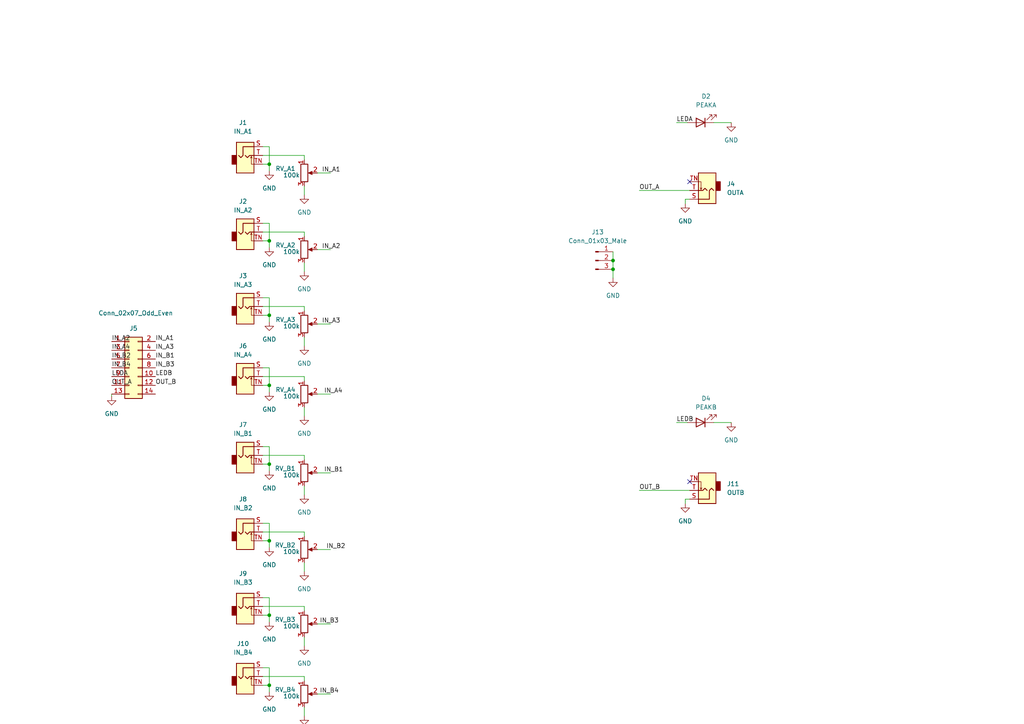
<source format=kicad_sch>
(kicad_sch (version 20211123) (generator eeschema)
  (paper "A4")
  (lib_symbols
    (symbol "Connector:AudioJack2_SwitchT"
      (property "Reference" "J" (at 0 8.89 0))
      (property "Value" "AudioJack2_SwitchT" (at 0 6.35 0))
      (symbol "AudioJack2_SwitchT_0_1"
        (rectangle (start -2.54 0) (end -3.81 -2.54) (stroke (width 0.254)) (fill (type outline)))
        (polyline (pts (xy 1.778 -0.254) (xy 2.032 -0.762)))
        (polyline (pts (xy 0 0) (xy 0.635 -0.635) (xy 1.27 0) (xy 2.54 0)) (stroke (width 0.254)))
        (polyline (pts (xy 2.54 -2.54) (xy 1.778 -2.54) (xy 1.778 -0.254) (xy 1.524 -0.762)))
        (polyline (pts (xy 2.54 2.54) (xy -0.635 2.54) (xy -0.635 0) (xy -1.27 -0.635) (xy -1.905 0)) (stroke (width 0.254)))
        (rectangle (start 2.54 3.81) (end -2.54 -5.08) (stroke (width 0.254)) (fill (type background)))
      )
      (symbol "AudioJack2_SwitchT_1_1"
        (pin passive line (at 5.08 2.54 180) (length 2.54) (name "~") (number "S"))
        (pin passive line (at 5.08 0 180) (length 2.54) (name "~") (number "T"))
        (pin passive line (at 5.08 -2.54 180) (length 2.54) (name "~") (number "TN"))
      )
    )
    (symbol "Connector:Conn_01x03_Male" (pin_names (offset 1.016) hide)
      (property "Reference" "J" (at 0 5.08 0))
      (property "Value" "Conn_01x03_Male" (at 0 -5.08 0))
      (symbol "Conn_01x03_Male_1_1"
        (polyline (pts (xy 1.27 -2.54) (xy 0.8636 -2.54)) (stroke (width 0.1524)))
        (polyline (pts (xy 1.27 0) (xy 0.8636 0)) (stroke (width 0.1524)))
        (polyline (pts (xy 1.27 2.54) (xy 0.8636 2.54)) (stroke (width 0.1524)))
        (rectangle (start 0.8636 -2.413) (end 0 -2.667) (stroke (width 0.1524)) (fill (type outline)))
        (rectangle (start 0.8636 0.127) (end 0 -0.127) (stroke (width 0.1524)) (fill (type outline)))
        (rectangle (start 0.8636 2.667) (end 0 2.413) (stroke (width 0.1524)) (fill (type outline)))
        (pin passive line (at 5.08 2.54 180) (length 3.81) (name "Pin_1") (number "1"))
        (pin passive line (at 5.08 0 180) (length 3.81) (name "Pin_2") (number "2"))
        (pin passive line (at 5.08 -2.54 180) (length 3.81) (name "Pin_3") (number "3"))
      )
    )
    (symbol "Connector_Generic:Conn_02x07_Odd_Even" (pin_names (offset 1.016) hide)
      (property "Reference" "J" (at 1.27 10.16 0))
      (property "Value" "Conn_02x07_Odd_Even" (at 1.27 -10.16 0))
      (symbol "Conn_02x07_Odd_Even_1_1"
        (rectangle (start -1.27 -7.493) (end 0 -7.747) (stroke (width 0.1524)))
        (rectangle (start -1.27 -4.953) (end 0 -5.207) (stroke (width 0.1524)))
        (rectangle (start -1.27 -2.413) (end 0 -2.667) (stroke (width 0.1524)))
        (rectangle (start -1.27 0.127) (end 0 -0.127) (stroke (width 0.1524)))
        (rectangle (start -1.27 2.667) (end 0 2.413) (stroke (width 0.1524)))
        (rectangle (start -1.27 5.207) (end 0 4.953) (stroke (width 0.1524)))
        (rectangle (start -1.27 7.747) (end 0 7.493) (stroke (width 0.1524)))
        (rectangle (start -1.27 8.89) (end 3.81 -8.89) (stroke (width 0.254)) (fill (type background)))
        (rectangle (start 3.81 -7.493) (end 2.54 -7.747) (stroke (width 0.1524)))
        (rectangle (start 3.81 -4.953) (end 2.54 -5.207) (stroke (width 0.1524)))
        (rectangle (start 3.81 -2.413) (end 2.54 -2.667) (stroke (width 0.1524)))
        (rectangle (start 3.81 0.127) (end 2.54 -0.127) (stroke (width 0.1524)))
        (rectangle (start 3.81 2.667) (end 2.54 2.413) (stroke (width 0.1524)))
        (rectangle (start 3.81 5.207) (end 2.54 4.953) (stroke (width 0.1524)))
        (rectangle (start 3.81 7.747) (end 2.54 7.493) (stroke (width 0.1524)))
        (pin passive line (at -5.08 7.62 0) (length 3.81) (name "Pin_1") (number "1"))
        (pin passive line (at 7.62 -2.54 180) (length 3.81) (name "Pin_10") (number "10"))
        (pin passive line (at -5.08 -5.08 0) (length 3.81) (name "Pin_11") (number "11"))
        (pin passive line (at 7.62 -5.08 180) (length 3.81) (name "Pin_12") (number "12"))
        (pin passive line (at -5.08 -7.62 0) (length 3.81) (name "Pin_13") (number "13"))
        (pin passive line (at 7.62 -7.62 180) (length 3.81) (name "Pin_14") (number "14"))
        (pin passive line (at 7.62 7.62 180) (length 3.81) (name "Pin_2") (number "2"))
        (pin passive line (at -5.08 5.08 0) (length 3.81) (name "Pin_3") (number "3"))
        (pin passive line (at 7.62 5.08 180) (length 3.81) (name "Pin_4") (number "4"))
        (pin passive line (at -5.08 2.54 0) (length 3.81) (name "Pin_5") (number "5"))
        (pin passive line (at 7.62 2.54 180) (length 3.81) (name "Pin_6") (number "6"))
        (pin passive line (at -5.08 0 0) (length 3.81) (name "Pin_7") (number "7"))
        (pin passive line (at 7.62 0 180) (length 3.81) (name "Pin_8") (number "8"))
        (pin passive line (at -5.08 -2.54 0) (length 3.81) (name "Pin_9") (number "9"))
      )
    )
    (symbol "Device:LED" (pin_numbers hide) (pin_names (offset 1.016) hide)
      (property "Reference" "D" (at 0 2.54 0))
      (property "Value" "LED" (at 0 -2.54 0))
      (symbol "LED_0_1"
        (polyline (pts (xy -1.27 -1.27) (xy -1.27 1.27)) (stroke (width 0.254)))
        (polyline (pts (xy -1.27 0) (xy 1.27 0)))
        (polyline (pts (xy 1.27 -1.27) (xy 1.27 1.27) (xy -1.27 0) (xy 1.27 -1.27)) (stroke (width 0.254)))
        (polyline (pts (xy -3.048 -0.762) (xy -4.572 -2.286) (xy -3.81 -2.286) (xy -4.572 -2.286) (xy -4.572 -1.524)))
        (polyline (pts (xy -1.778 -0.762) (xy -3.302 -2.286) (xy -2.54 -2.286) (xy -3.302 -2.286) (xy -3.302 -1.524)))
      )
      (symbol "LED_1_1"
        (pin passive line (at -3.81 0 0) (length 2.54) (name "K") (number "1"))
        (pin passive line (at 3.81 0 180) (length 2.54) (name "A") (number "2"))
      )
    )
    (symbol "Device:R_Potentiometer" (pin_names (offset 1.016) hide)
      (property "Reference" "RV" (at -4.445 0 90))
      (property "Value" "R_Potentiometer" (at -2.54 0 90))
      (symbol "R_Potentiometer_0_1"
        (polyline (pts (xy 2.54 0) (xy 1.524 0)))
        (polyline (pts (xy 1.143 0) (xy 2.286 0.508) (xy 2.286 -0.508) (xy 1.143 0)) (fill (type outline)))
        (rectangle (start 1.016 2.54) (end -1.016 -2.54) (stroke (width 0.254)))
      )
      (symbol "R_Potentiometer_1_1"
        (pin passive line (at 0 3.81 270) (length 1.27) (name "1") (number "1"))
        (pin passive line (at 3.81 0 180) (length 1.27) (name "2") (number "2"))
        (pin passive line (at 0 -3.81 90) (length 1.27) (name "3") (number "3"))
      )
    )
    (symbol "power:GND" (power) (pin_names (offset 0))
      (property "Value" "GND" (at 0 -3.81 0))
      (symbol "GND_0_1"
        (polyline (pts (xy 0 0) (xy 0 -1.27) (xy 1.27 -1.27) (xy 0 -2.54) (xy -1.27 -1.27) (xy 0 -1.27)))
      )
      (symbol "GND_1_1"
        (pin power_in line (at 0 0 270) (length 0) hide (name "GND") (number "1"))
      )
    )
  )
  (junction (at 78.105 134.62))
  (junction (at 78.105 47.625))
  (junction (at 78.105 156.845))
  (junction (at 78.105 91.44))
  (junction (at 78.105 69.85))
  (junction (at 177.8 75.565))
  (junction (at 78.105 178.435))
  (junction (at 78.105 111.76))
  (junction (at 78.105 198.755))
  (junction (at 177.8 78.105))
  (no_connect (at 200.025 139.7))
  (no_connect (at 200.025 52.705))
  (wire (pts (xy 78.105 69.85) (xy 76.2 69.85)))
  (wire (pts (xy 76.2 42.545) (xy 78.105 42.545)))
  (wire (pts (xy 76.2 64.77) (xy 78.105 64.77)))
  (wire (pts (xy 78.105 178.435) (xy 76.2 178.435)))
  (wire (pts (xy 78.105 134.62) (xy 76.2 134.62)))
  (wire (pts (xy 198.755 146.05) (xy 198.755 144.78)))
  (wire (pts (xy 78.105 64.77) (xy 78.105 69.85)))
  (wire (pts (xy 78.105 47.625) (xy 76.2 47.625)))
  (wire (pts (xy 78.105 180.34) (xy 78.105 178.435)))
  (wire (pts (xy 78.105 193.675) (xy 78.105 198.755)))
  (wire (pts (xy 196.215 35.56) (xy 199.39 35.56)))
  (wire (pts (xy 78.105 173.355) (xy 78.105 178.435)))
  (wire (pts (xy 88.265 196.215) (xy 76.2 196.215)))
  (wire (pts (xy 78.105 156.845) (xy 76.2 156.845)))
  (wire (pts (xy 88.265 175.895) (xy 76.2 175.895)))
  (wire (pts (xy 88.265 163.195) (xy 88.265 165.735)))
  (wire (pts (xy 88.265 67.31) (xy 76.2 67.31)))
  (wire (pts (xy 88.265 110.49) (xy 88.265 109.22)))
  (wire (pts (xy 78.105 158.75) (xy 78.105 156.845)))
  (wire (pts (xy 198.755 57.785) (xy 200.025 57.785)))
  (wire (pts (xy 185.42 142.24) (xy 200.025 142.24)))
  (wire (pts (xy 78.105 129.54) (xy 78.105 134.62)))
  (wire (pts (xy 92.075 114.3) (xy 95.885 114.3)))
  (wire (pts (xy 88.265 88.9) (xy 76.2 88.9)))
  (wire (pts (xy 88.265 76.2) (xy 88.265 78.74)))
  (wire (pts (xy 76.2 86.36) (xy 78.105 86.36)))
  (wire (pts (xy 76.2 193.675) (xy 78.105 193.675)))
  (wire (pts (xy 78.105 86.36) (xy 78.105 91.44)))
  (wire (pts (xy 92.075 201.295) (xy 95.885 201.295)))
  (wire (pts (xy 78.105 198.755) (xy 76.2 198.755)))
  (wire (pts (xy 78.105 113.665) (xy 78.105 111.76)))
  (wire (pts (xy 78.105 200.66) (xy 78.105 198.755)))
  (wire (pts (xy 177.8 73.025) (xy 177.8 75.565)))
  (wire (pts (xy 88.265 53.975) (xy 88.265 56.515)))
  (wire (pts (xy 88.265 133.35) (xy 88.265 132.08)))
  (wire (pts (xy 76.2 173.355) (xy 78.105 173.355)))
  (wire (pts (xy 92.075 50.165) (xy 95.885 50.165)))
  (wire (pts (xy 92.075 180.975) (xy 95.885 180.975)))
  (wire (pts (xy 92.075 137.16) (xy 95.885 137.16)))
  (wire (pts (xy 185.42 55.245) (xy 200.025 55.245)))
  (wire (pts (xy 88.265 46.355) (xy 88.265 45.085)))
  (wire (pts (xy 207.01 35.56) (xy 212.09 35.56)))
  (wire (pts (xy 198.755 59.055) (xy 198.755 57.785)))
  (wire (pts (xy 177.8 75.565) (xy 177.8 78.105)))
  (wire (pts (xy 78.105 91.44) (xy 76.2 91.44)))
  (wire (pts (xy 78.105 71.755) (xy 78.105 69.85)))
  (wire (pts (xy 78.105 151.765) (xy 78.105 156.845)))
  (wire (pts (xy 92.075 93.98) (xy 95.885 93.98)))
  (wire (pts (xy 76.2 151.765) (xy 78.105 151.765)))
  (wire (pts (xy 88.265 132.08) (xy 76.2 132.08)))
  (wire (pts (xy 88.265 140.97) (xy 88.265 143.51)))
  (wire (pts (xy 88.265 177.165) (xy 88.265 175.895)))
  (wire (pts (xy 78.105 111.76) (xy 76.2 111.76)))
  (wire (pts (xy 76.2 129.54) (xy 78.105 129.54)))
  (wire (pts (xy 196.215 122.555) (xy 199.39 122.555)))
  (wire (pts (xy 78.105 106.68) (xy 78.105 111.76)))
  (wire (pts (xy 88.265 68.58) (xy 88.265 67.31)))
  (wire (pts (xy 78.105 93.345) (xy 78.105 91.44)))
  (wire (pts (xy 198.755 144.78) (xy 200.025 144.78)))
  (wire (pts (xy 92.075 72.39) (xy 95.885 72.39)))
  (wire (pts (xy 88.265 184.785) (xy 88.265 187.325)))
  (wire (pts (xy 177.8 78.105) (xy 177.8 80.645)))
  (wire (pts (xy 88.265 205.105) (xy 88.265 207.645)))
  (wire (pts (xy 78.105 136.525) (xy 78.105 134.62)))
  (wire (pts (xy 92.075 159.385) (xy 95.885 159.385)))
  (wire (pts (xy 88.265 90.17) (xy 88.265 88.9)))
  (wire (pts (xy 88.265 97.79) (xy 88.265 100.33)))
  (wire (pts (xy 88.265 109.22) (xy 76.2 109.22)))
  (wire (pts (xy 32.385 114.3) (xy 32.385 114.935)))
  (wire (pts (xy 88.265 118.11) (xy 88.265 120.65)))
  (wire (pts (xy 88.265 45.085) (xy 76.2 45.085)))
  (wire (pts (xy 88.265 155.575) (xy 88.265 154.305)))
  (wire (pts (xy 88.265 197.485) (xy 88.265 196.215)))
  (wire (pts (xy 207.01 122.555) (xy 212.09 122.555)))
  (wire (pts (xy 76.2 106.68) (xy 78.105 106.68)))
  (wire (pts (xy 78.105 42.545) (xy 78.105 47.625)))
  (wire (pts (xy 88.265 154.305) (xy 76.2 154.305)))
  (wire (pts (xy 78.105 49.53) (xy 78.105 47.625)))
  (label "OUT_A" (at 32.385 111.76 0))
  (label "LEDA" (at 196.215 35.56 0))
  (label "IN_A3" (at 45.085 101.6 0))
  (label "LEDB" (at 196.215 122.555 0))
  (label "OUT_B" (at 185.42 142.24 0))
  (label "LEDB" (at 45.085 109.22 0))
  (label "IN_B3" (at 92.71 180.975 0))
  (label "IN_B1" (at 93.98 137.16 0))
  (label "IN_B3" (at 45.085 106.68 0))
  (label "IN_A1" (at 93.345 50.165 0))
  (label "IN_A4" (at 32.385 101.6 0))
  (label "IN_B4" (at 92.71 201.295 0))
  (label "OUT_A" (at 185.42 55.245 0))
  (label "IN_B1" (at 45.085 104.14 0))
  (label "IN_B4" (at 32.385 106.68 0))
  (label "IN_B2" (at 94.615 159.385 0))
  (label "IN_B2" (at 32.385 104.14 0))
  (label "IN_A2" (at 93.345 72.39 0))
  (label "IN_A4" (at 93.98 114.3 0))
  (label "LEDA" (at 32.385 109.22 0))
  (label "IN_A1" (at 45.085 99.06 0))
  (label "IN_A2" (at 32.385 99.06 0))
  (label "OUT_B" (at 45.085 111.76 0))
  (label "IN_A3" (at 93.345 93.98 0))
  (symbol (lib_id "Device:LED") (at 203.2 122.555 180) (unit 1)
    (property "Reference" "D4" (at 204.7875 115.57 0))
    (property "Value" "PEAKB" (at 204.7875 118.11 0))
    (property "Footprint" "LED_THT:LED_D3.0mm" (effects hide))
  )
  (symbol (lib_id "power:GND") (at 78.105 136.525 0) (unit 1)
    (property "Reference" "#PWR0116" (effects hide))
    (property "Value" "GND" (at 78.105 141.605 0))
  )
  (symbol (lib_id "Connector:Conn_01x03_Male") (at 172.72 75.565 0) (unit 1)
    (property "Reference" "J13" (at 173.355 67.31 0))
    (property "Value" "Conn_01x03_Male" (at 173.355 69.85 0))
    (property "Footprint" "Connector_PinHeader_2.54mm:PinHeader_1x03_P2.54mm_Vertical" (effects hide))
  )
  (symbol (lib_id "Connector:AudioJack2_SwitchT") (at 71.12 175.895 0) (unit 1)
    (property "Reference" "J9" (at 70.485 166.37 0))
    (property "Value" "IN_B3" (at 70.485 168.91 0))
    (property "Footprint" "Connector_Audio:Jack_3.5mm_QingPu_WQP-PJ398SM_Vertical_CircularHoles" (effects hide))
  )
  (symbol (lib_id "power:GND") (at 88.265 100.33 0) (unit 1)
    (property "Reference" "#PWR06" (effects hide))
    (property "Value" "GND" (at 88.265 105.41 0))
  )
  (symbol (lib_id "power:GND") (at 212.09 122.555 0) (unit 1)
    (property "Reference" "#PWR0108" (effects hide))
    (property "Value" "GND" (at 212.09 127.635 0))
  )
  (symbol (lib_id "power:GND") (at 198.755 59.055 0) (unit 1)
    (property "Reference" "#PWR011" (effects hide))
    (property "Value" "GND" (at 198.755 64.135 0))
  )
  (symbol (lib_id "power:GND") (at 78.105 71.755 0) (unit 1)
    (property "Reference" "#PWR02" (effects hide))
    (property "Value" "GND" (at 78.105 76.835 0))
  )
  (symbol (lib_id "Connector:AudioJack2_SwitchT") (at 71.12 132.08 0) (unit 1)
    (property "Reference" "J7" (at 70.485 123.19 0))
    (property "Value" "IN_B1" (at 70.485 125.73 0))
    (property "Footprint" "Connector_Audio:Jack_3.5mm_QingPu_WQP-PJ398SM_Vertical_CircularHoles" (effects hide))
  )
  (symbol (lib_id "power:GND") (at 88.265 78.74 0) (unit 1)
    (property "Reference" "#PWR05" (effects hide))
    (property "Value" "GND" (at 88.265 83.82 0))
  )
  (symbol (lib_id "Device:R_Potentiometer") (at 88.265 93.98 0) (unit 1)
    (property "Reference" "RV_A3" (at 85.725 92.7099 0) (effects (justify right)))
    (property "Value" "100k" (at 86.995 94.6149 0) (effects (justify right)))
    (property "Footprint" "Potentiometer_THT:Potentiometer_Alps_RK09K_Single_Vertical" (effects hide))
  )
  (symbol (lib_id "power:GND") (at 78.105 113.665 0) (unit 1)
    (property "Reference" "#PWR0117" (effects hide))
    (property "Value" "GND" (at 78.105 118.745 0))
  )
  (symbol (lib_id "power:GND") (at 88.265 143.51 0) (unit 1)
    (property "Reference" "#PWR0122" (effects hide))
    (property "Value" "GND" (at 88.265 148.59 0))
  )
  (symbol (lib_id "power:GND") (at 78.105 158.75 0) (unit 1)
    (property "Reference" "#PWR0123" (effects hide))
    (property "Value" "GND" (at 78.105 163.83 0))
  )
  (symbol (lib_id "Connector:AudioJack2_SwitchT") (at 71.12 109.22 0) (unit 1)
    (property "Reference" "J6" (at 70.485 100.33 0))
    (property "Value" "IN_A4" (at 70.485 102.87 0))
    (property "Footprint" "Connector_Audio:Jack_3.5mm_QingPu_WQP-PJ398SM_Vertical_CircularHoles" (effects hide))
  )
  (symbol (lib_id "Device:R_Potentiometer") (at 88.265 159.385 0) (unit 1)
    (property "Reference" "RV_B2" (at 85.725 158.1149 0) (effects (justify right)))
    (property "Value" "100k" (at 86.995 160.0199 0) (effects (justify right)))
    (property "Footprint" "Potentiometer_THT:Potentiometer_Alps_RK09K_Single_Vertical" (effects hide))
  )
  (symbol (lib_id "Device:R_Potentiometer") (at 88.265 114.3 0) (unit 1)
    (property "Reference" "RV_A4" (at 85.725 113.0299 0) (effects (justify right)))
    (property "Value" "100k" (at 86.995 114.9349 0) (effects (justify right)))
    (property "Footprint" "Potentiometer_THT:Potentiometer_Alps_RK09K_Single_Vertical" (effects hide))
  )
  (symbol (lib_id "Device:R_Potentiometer") (at 88.265 50.165 0) (unit 1)
    (property "Reference" "RV_A1" (at 85.725 48.8949 0) (effects (justify right)))
    (property "Value" "100k" (at 86.995 50.7999 0) (effects (justify right)))
    (property "Footprint" "Potentiometer_THT:Potentiometer_Alps_RK09K_Single_Vertical" (effects hide))
  )
  (symbol (lib_id "power:GND") (at 177.8 80.645 0) (unit 1)
    (property "Reference" "#PWR0124" (effects hide))
    (property "Value" "GND" (at 177.8 85.725 0))
  )
  (symbol (lib_id "power:GND") (at 78.105 200.66 0) (unit 1)
    (property "Reference" "#PWR0115" (effects hide))
    (property "Value" "GND" (at 78.105 205.74 0))
  )
  (symbol (lib_id "Device:R_Potentiometer") (at 88.265 180.975 0) (unit 1)
    (property "Reference" "RV_B3" (at 85.725 179.7049 0) (effects (justify right)))
    (property "Value" "100k" (at 86.995 181.6099 0) (effects (justify right)))
    (property "Footprint" "Potentiometer_THT:Potentiometer_Alps_RK09K_Single_Vertical" (effects hide))
  )
  (symbol (lib_id "power:GND") (at 88.265 120.65 0) (unit 1)
    (property "Reference" "#PWR0118" (effects hide))
    (property "Value" "GND" (at 88.265 125.73 0))
  )
  (symbol (lib_id "Connector:AudioJack2_SwitchT") (at 205.105 55.245 180) (unit 1)
    (property "Reference" "J4" (at 210.82 53.3399 0) (effects (justify right)))
    (property "Value" "OUTA" (at 210.82 55.8799 0) (effects (justify right)))
    (property "Footprint" "Connector_Audio:Jack_3.5mm_QingPu_WQP-PJ398SM_Vertical_CircularHoles" (effects hide))
  )
  (symbol (lib_id "power:GND") (at 212.09 35.56 0) (unit 1)
    (property "Reference" "#PWR012" (effects hide))
    (property "Value" "GND" (at 212.09 40.64 0))
  )
  (symbol (lib_id "power:GND") (at 198.755 146.05 0) (unit 1)
    (property "Reference" "#PWR0107" (effects hide))
    (property "Value" "GND" (at 198.755 151.13 0))
  )
  (symbol (lib_id "Connector_Generic:Conn_02x07_Odd_Even") (at 37.465 106.68 0) (unit 1)
    (property "Reference" "J5" (at 38.735 95.25 0))
    (property "Value" "Conn_02x07_Odd_Even" (at 39.37 90.805 0))
    (property "Footprint" "Connector_PinHeader_2.54mm:PinHeader_2x07_P2.54mm_Vertical" (effects hide))
  )
  (symbol (lib_id "Connector:AudioJack2_SwitchT") (at 205.105 142.24 180) (unit 1)
    (property "Reference" "J11" (at 210.82 140.3349 0) (effects (justify right)))
    (property "Value" "OUTB" (at 210.82 142.8749 0) (effects (justify right)))
    (property "Footprint" "Connector_Audio:Jack_3.5mm_QingPu_WQP-PJ398SM_Vertical_CircularHoles" (effects hide))
  )
  (symbol (lib_id "power:GND") (at 32.385 114.935 0) (unit 1)
    (property "Reference" "#PWR0119" (effects hide))
    (property "Value" "GND" (at 32.385 120.015 0))
  )
  (symbol (lib_id "power:GND") (at 78.105 93.345 0) (unit 1)
    (property "Reference" "#PWR03" (effects hide))
    (property "Value" "GND" (at 78.105 98.425 0))
  )
  (symbol (lib_id "power:GND") (at 78.105 49.53 0) (unit 1)
    (property "Reference" "#PWR01" (effects hide))
    (property "Value" "GND" (at 78.105 54.61 0))
  )
  (symbol (lib_id "Connector:AudioJack2_SwitchT") (at 71.12 67.31 0) (unit 1)
    (property "Reference" "J2" (at 70.485 58.42 0))
    (property "Value" "IN_A2" (at 70.485 60.96 0))
    (property "Footprint" "Connector_Audio:Jack_3.5mm_QingPu_WQP-PJ398SM_Vertical_CircularHoles" (effects hide))
  )
  (symbol (lib_id "Connector:AudioJack2_SwitchT") (at 71.12 88.9 0) (unit 1)
    (property "Reference" "J3" (at 70.485 80.01 0))
    (property "Value" "IN_A3" (at 70.485 82.55 0))
    (property "Footprint" "Connector_Audio:Jack_3.5mm_QingPu_WQP-PJ398SM_Vertical_CircularHoles" (effects hide))
  )
  (symbol (lib_id "Connector:AudioJack2_SwitchT") (at 71.12 45.085 0) (unit 1)
    (property "Reference" "J1" (at 70.485 35.56 0))
    (property "Value" "IN_A1" (at 70.485 38.1 0))
    (property "Footprint" "Connector_Audio:Jack_3.5mm_QingPu_WQP-PJ398SM_Vertical_CircularHoles" (effects hide))
  )
  (symbol (lib_id "Device:R_Potentiometer") (at 88.265 72.39 0) (unit 1)
    (property "Reference" "RV_A2" (at 85.725 71.1199 0) (effects (justify right)))
    (property "Value" "100k" (at 86.995 73.0249 0) (effects (justify right)))
    (property "Footprint" "Potentiometer_THT:Potentiometer_Alps_RK09K_Single_Vertical" (effects hide))
  )
  (symbol (lib_id "Connector:AudioJack2_SwitchT") (at 71.12 154.305 0) (unit 1)
    (property "Reference" "J8" (at 70.485 144.78 0))
    (property "Value" "IN_B2" (at 70.485 147.32 0))
    (property "Footprint" "Connector_Audio:Jack_3.5mm_QingPu_WQP-PJ398SM_Vertical_CircularHoles" (effects hide))
  )
  (symbol (lib_id "Device:R_Potentiometer") (at 88.265 137.16 0) (unit 1)
    (property "Reference" "RV_B1" (at 85.725 135.8899 0) (effects (justify right)))
    (property "Value" "100k" (at 86.995 137.7949 0) (effects (justify right)))
    (property "Footprint" "Potentiometer_THT:Potentiometer_Alps_RK09K_Single_Vertical" (effects hide))
  )
  (symbol (lib_id "Device:LED") (at 203.2 35.56 180) (unit 1)
    (property "Reference" "D2" (at 204.7875 27.94 0))
    (property "Value" "PEAKA" (at 204.7875 30.48 0))
    (property "Footprint" "LED_THT:LED_D3.0mm" (effects hide))
  )
  (symbol (lib_id "power:GND") (at 88.265 207.645 0) (unit 1)
    (property "Reference" "#PWR0114" (effects hide))
    (property "Value" "GND" (at 88.265 212.725 0))
  )
  (symbol (lib_id "power:GND") (at 88.265 187.325 0) (unit 1)
    (property "Reference" "#PWR0113" (effects hide))
    (property "Value" "GND" (at 88.265 192.405 0))
  )
  (symbol (lib_id "power:GND") (at 78.105 180.34 0) (unit 1)
    (property "Reference" "#PWR0120" (effects hide))
    (property "Value" "GND" (at 78.105 185.42 0))
  )
  (symbol (lib_id "Connector:AudioJack2_SwitchT") (at 71.12 196.215 0) (unit 1)
    (property "Reference" "J10" (at 70.485 186.69 0))
    (property "Value" "IN_B4" (at 70.485 189.23 0))
    (property "Footprint" "Connector_Audio:Jack_3.5mm_QingPu_WQP-PJ398SM_Vertical_CircularHoles" (effects hide))
  )
  (symbol (lib_id "power:GND") (at 88.265 56.515 0) (unit 1)
    (property "Reference" "#PWR04" (effects hide))
    (property "Value" "GND" (at 88.265 61.595 0))
  )
  (symbol (lib_id "Device:R_Potentiometer") (at 88.265 201.295 0) (unit 1)
    (property "Reference" "RV_B4" (at 85.725 200.0249 0) (effects (justify right)))
    (property "Value" "100k" (at 86.995 201.9299 0) (effects (justify right)))
    (property "Footprint" "Potentiometer_THT:Potentiometer_Alps_RK09K_Single_Vertical" (effects hide))
  )
  (symbol (lib_id "power:GND") (at 88.265 165.735 0) (unit 1)
    (property "Reference" "#PWR0121" (effects hide))
    (property "Value" "GND" (at 88.265 170.815 0))
  )
)
</source>
